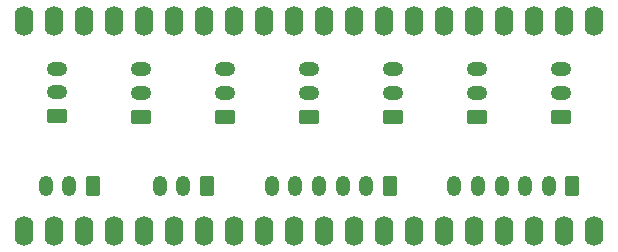
<source format=gbr>
%TF.GenerationSoftware,KiCad,Pcbnew,8.0.1*%
%TF.CreationDate,2024-04-20T16:28:09+12:00*%
%TF.ProjectId,RPi-Connector,5250692d-436f-46e6-9e65-63746f722e6b,rev?*%
%TF.SameCoordinates,Original*%
%TF.FileFunction,Soldermask,Top*%
%TF.FilePolarity,Negative*%
%FSLAX46Y46*%
G04 Gerber Fmt 4.6, Leading zero omitted, Abs format (unit mm)*
G04 Created by KiCad (PCBNEW 8.0.1) date 2024-04-20 16:28:09*
%MOMM*%
%LPD*%
G01*
G04 APERTURE LIST*
G04 Aperture macros list*
%AMRoundRect*
0 Rectangle with rounded corners*
0 $1 Rounding radius*
0 $2 $3 $4 $5 $6 $7 $8 $9 X,Y pos of 4 corners*
0 Add a 4 corners polygon primitive as box body*
4,1,4,$2,$3,$4,$5,$6,$7,$8,$9,$2,$3,0*
0 Add four circle primitives for the rounded corners*
1,1,$1+$1,$2,$3*
1,1,$1+$1,$4,$5*
1,1,$1+$1,$6,$7*
1,1,$1+$1,$8,$9*
0 Add four rect primitives between the rounded corners*
20,1,$1+$1,$2,$3,$4,$5,0*
20,1,$1+$1,$4,$5,$6,$7,0*
20,1,$1+$1,$6,$7,$8,$9,0*
20,1,$1+$1,$8,$9,$2,$3,0*%
G04 Aperture macros list end*
%ADD10RoundRect,0.250000X0.625000X-0.350000X0.625000X0.350000X-0.625000X0.350000X-0.625000X-0.350000X0*%
%ADD11O,1.750000X1.200000*%
%ADD12RoundRect,0.250000X0.350000X0.625000X-0.350000X0.625000X-0.350000X-0.625000X0.350000X-0.625000X0*%
%ADD13O,1.200000X1.750000*%
%ADD14O,1.600000X2.540000*%
G04 APERTURE END LIST*
D10*
%TO.C,PWR1*%
X170180000Y-83312000D03*
D11*
X170180000Y-81312000D03*
X170180000Y-79312000D03*
%TD*%
D10*
%TO.C,J8*%
X155956000Y-83312000D03*
D11*
X155956000Y-81312000D03*
X155956000Y-79312000D03*
%TD*%
D10*
%TO.C,J7*%
X141732000Y-83312000D03*
D11*
X141732000Y-81312000D03*
X141732000Y-79312000D03*
%TD*%
D10*
%TO.C,J6*%
X134620000Y-83312000D03*
D11*
X134620000Y-81312000D03*
X134620000Y-79312000D03*
%TD*%
D10*
%TO.C,J5*%
X127508000Y-83248000D03*
D11*
X127508000Y-81248000D03*
X127508000Y-79248000D03*
%TD*%
D12*
%TO.C,J4*%
X130556000Y-89154000D03*
D13*
X128556000Y-89154000D03*
X126556000Y-89154000D03*
%TD*%
D12*
%TO.C,J2*%
X155702000Y-89154000D03*
D13*
X153702000Y-89154000D03*
X151702000Y-89154000D03*
X149702000Y-89154000D03*
X147702000Y-89154000D03*
X145702000Y-89154000D03*
%TD*%
D10*
%TO.C,I2C1*%
X148844000Y-83312000D03*
D11*
X148844000Y-81312000D03*
X148844000Y-79312000D03*
%TD*%
D10*
%TO.C,ALG1*%
X163068000Y-83312000D03*
D11*
X163068000Y-81312000D03*
X163068000Y-79312000D03*
%TD*%
D14*
%TO.C,U1*%
X173000000Y-93000000D03*
X170460000Y-93000000D03*
X167920000Y-93000000D03*
X165380000Y-93000000D03*
X162840000Y-93000000D03*
X160300000Y-93000000D03*
X157760000Y-93000000D03*
X155220000Y-93000000D03*
X152680000Y-93000000D03*
X150140000Y-93000000D03*
X147600000Y-93000000D03*
X145060000Y-93000000D03*
X142520000Y-93000000D03*
X139980000Y-93000000D03*
X137440000Y-93000000D03*
X134900000Y-93000000D03*
X132360000Y-93000000D03*
X129820000Y-93000000D03*
X127280000Y-93000000D03*
X124740000Y-93000000D03*
X124740000Y-75220000D03*
X127280000Y-75220000D03*
X129820000Y-75220000D03*
X132360000Y-75220000D03*
X134900000Y-75220000D03*
X137440000Y-75220000D03*
X139980000Y-75220000D03*
X142520000Y-75220000D03*
X145060000Y-75220000D03*
X147600000Y-75220000D03*
X150140000Y-75220000D03*
X152680000Y-75220000D03*
X155220000Y-75220000D03*
X157760000Y-75220000D03*
X160300000Y-75220000D03*
X162840000Y-75220000D03*
X165380000Y-75220000D03*
X167920000Y-75220000D03*
X170460000Y-75220000D03*
X173000000Y-75220000D03*
%TD*%
D12*
%TO.C,J1*%
X171164000Y-89154000D03*
D13*
X169164000Y-89154000D03*
X167164000Y-89154000D03*
X165164000Y-89154000D03*
X163164000Y-89154000D03*
X161164000Y-89154000D03*
%TD*%
D12*
%TO.C,J3*%
X140208000Y-89154000D03*
D13*
X138208000Y-89154000D03*
X136208000Y-89154000D03*
%TD*%
M02*

</source>
